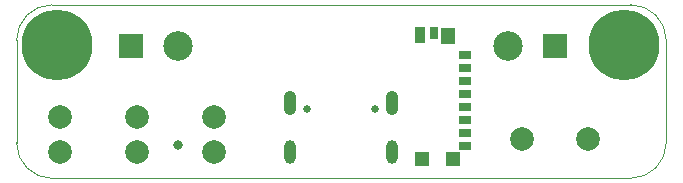
<source format=gbs>
G04 #@! TF.GenerationSoftware,KiCad,Pcbnew,(6.0.0)*
G04 #@! TF.CreationDate,2022-12-24T23:31:18+01:00*
G04 #@! TF.ProjectId,MinCab,4d696e43-6162-42e6-9b69-6361645f7063,rev?*
G04 #@! TF.SameCoordinates,Original*
G04 #@! TF.FileFunction,Soldermask,Bot*
G04 #@! TF.FilePolarity,Negative*
%FSLAX46Y46*%
G04 Gerber Fmt 4.6, Leading zero omitted, Abs format (unit mm)*
G04 Created by KiCad (PCBNEW (6.0.0)) date 2022-12-24 23:31:18*
%MOMM*%
%LPD*%
G01*
G04 APERTURE LIST*
G04 #@! TA.AperFunction,Profile*
%ADD10C,0.050000*%
G04 #@! TD*
%ADD11C,6.000000*%
%ADD12C,0.800000*%
%ADD13C,0.650000*%
%ADD14O,1.050000X2.100000*%
%ADD15O,1.000000X2.000000*%
%ADD16R,2.000000X2.000000*%
%ADD17C,2.000000*%
%ADD18C,2.500000*%
%ADD19R,1.200000X1.150000*%
%ADD20R,1.200000X1.450000*%
%ADD21R,0.700000X1.000000*%
%ADD22R,0.900000X1.400000*%
%ADD23R,1.000000X0.700000*%
G04 APERTURE END LIST*
D10*
X117300000Y-91200000D02*
G75*
G03*
X120300000Y-94200000I3000001J1D01*
G01*
X172300000Y-82500000D02*
X172300000Y-91200000D01*
X169300000Y-94200000D02*
X120300000Y-94200000D01*
X172300000Y-82500000D02*
G75*
G03*
X169300000Y-79500000I-3000001J-1D01*
G01*
X169300000Y-94200000D02*
G75*
G03*
X172300000Y-91200000I-1J3000001D01*
G01*
X120300000Y-79500000D02*
X169300000Y-79500000D01*
X120300000Y-79500000D02*
G75*
G03*
X117300000Y-82500000I1J-3000001D01*
G01*
X117300000Y-82500000D02*
X117300000Y-91200000D01*
D11*
X120750000Y-82950000D03*
X168750000Y-82950000D03*
D12*
X131000000Y-91350000D03*
D13*
X147690000Y-88320000D03*
X141910000Y-88320000D03*
D14*
X140480000Y-87820000D03*
D15*
X140480000Y-92000000D03*
X149120000Y-92000000D03*
D14*
X149120000Y-87820000D03*
D16*
X127000000Y-83000000D03*
D17*
X134000000Y-92000000D03*
X134000000Y-89000000D03*
X121000000Y-89000000D03*
X165700000Y-90900000D03*
D18*
X131000000Y-83000000D03*
D17*
X127500000Y-92000000D03*
D19*
X154240000Y-92525000D03*
X151650000Y-92525000D03*
D20*
X153800000Y-82125000D03*
D21*
X152650000Y-81900000D03*
D22*
X151500000Y-82100000D03*
D23*
X155290000Y-83750000D03*
X155290000Y-84850000D03*
X155290000Y-85950000D03*
X155290000Y-87050000D03*
X155290000Y-88150000D03*
X155290000Y-89250000D03*
X155290000Y-90350000D03*
X155290000Y-91450000D03*
D16*
X162910000Y-83000000D03*
D17*
X160100000Y-90900000D03*
X121000000Y-92000000D03*
D18*
X158940000Y-82980000D03*
D17*
X127500000Y-89000000D03*
M02*

</source>
